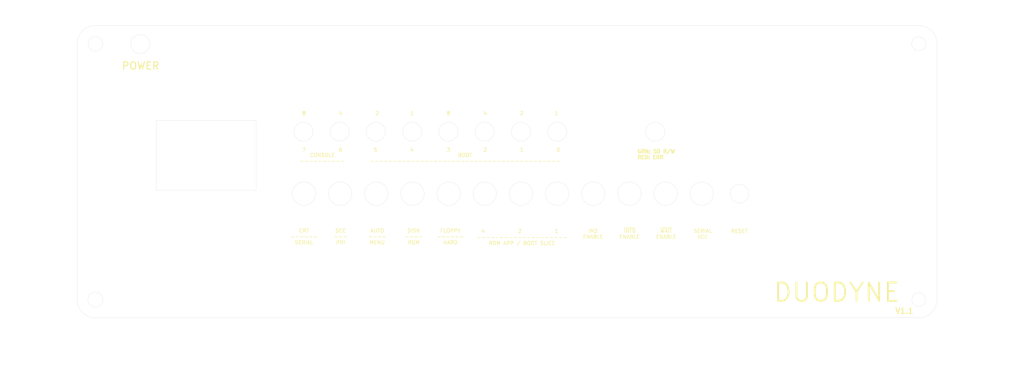
<source format=kicad_pcb>
(kicad_pcb (version 20211014) (generator pcbnew)

  (general
    (thickness 1.6)
  )

  (paper "B")
  (layers
    (0 "F.Cu" signal)
    (31 "B.Cu" signal)
    (32 "B.Adhes" user "B.Adhesive")
    (33 "F.Adhes" user "F.Adhesive")
    (34 "B.Paste" user)
    (35 "F.Paste" user)
    (36 "B.SilkS" user "B.Silkscreen")
    (37 "F.SilkS" user "F.Silkscreen")
    (38 "B.Mask" user)
    (39 "F.Mask" user)
    (40 "Dwgs.User" user "User.Drawings")
    (41 "Cmts.User" user "User.Comments")
    (42 "Eco1.User" user "User.Eco1")
    (43 "Eco2.User" user "User.Eco2")
    (44 "Edge.Cuts" user)
    (45 "Margin" user)
    (46 "B.CrtYd" user "B.Courtyard")
    (47 "F.CrtYd" user "F.Courtyard")
    (48 "B.Fab" user)
    (49 "F.Fab" user)
  )

  (setup
    (stackup
      (layer "F.SilkS" (type "Top Silk Screen"))
      (layer "F.Paste" (type "Top Solder Paste"))
      (layer "F.Mask" (type "Top Solder Mask") (thickness 0.01))
      (layer "F.Cu" (type "copper") (thickness 0.035))
      (layer "dielectric 1" (type "core") (thickness 1.51) (material "FR4") (epsilon_r 4.5) (loss_tangent 0.02))
      (layer "B.Cu" (type "copper") (thickness 0.035))
      (layer "B.Mask" (type "Bottom Solder Mask") (thickness 0.01))
      (layer "B.Paste" (type "Bottom Solder Paste"))
      (layer "B.SilkS" (type "Bottom Silk Screen"))
      (copper_finish "None")
      (dielectric_constraints no)
    )
    (pad_to_mask_clearance 0)
    (grid_origin 35 230)
    (pcbplotparams
      (layerselection 0x00010fc_ffffffff)
      (disableapertmacros false)
      (usegerberextensions false)
      (usegerberattributes true)
      (usegerberadvancedattributes true)
      (creategerberjobfile true)
      (svguseinch false)
      (svgprecision 6)
      (excludeedgelayer false)
      (plotframeref false)
      (viasonmask false)
      (mode 1)
      (useauxorigin false)
      (hpglpennumber 1)
      (hpglpenspeed 20)
      (hpglpendiameter 15.000000)
      (dxfpolygonmode true)
      (dxfimperialunits true)
      (dxfusepcbnewfont true)
      (psnegative false)
      (psa4output false)
      (plotreference true)
      (plotvalue true)
      (plotinvisibletext false)
      (sketchpadsonfab false)
      (subtractmaskfromsilk false)
      (outputformat 1)
      (mirror false)
      (drillshape 0)
      (scaleselection 1)
      (outputdirectory "Gerbers/")
    )
  )

  (net 0 "")

  (gr_line (start 152.5 150) (end 152.5 230) (layer "Dwgs.User") (width 0.15) (tstamp 00000000-0000-0000-0000-0000641b7f55))
  (gr_line (start 270 230) (end 270 220) (layer "Dwgs.User") (width 0.15) (tstamp 1b712d95-c3a8-42c8-a470-502525585906))
  (gr_line (start 265 230) (end 265 150) (layer "Dwgs.User") (width 0.12) (tstamp 4c7a93c4-996c-4bee-adf1-46eccdbdc9a6))
  (gr_line (start 40 230) (end 40 150) (layer "Dwgs.User") (width 0.12) (tstamp bcadb2cc-e975-41c4-85b4-cf527b9b1d87))
  (gr_line (start 35 190) (end 270 190) (layer "Dwgs.User") (width 0.1) (tstamp e4a84109-cfe1-4f69-9cbe-51b483ffd8b5))
  (gr_line (start 40 230) (end 265 230) (layer "Edge.Cuts") (width 0.05) (tstamp 00000000-0000-0000-0000-0000640492bd))
  (gr_line (start 35 155) (end 35 225) (layer "Edge.Cuts") (width 0.05) (tstamp 00000000-0000-0000-0000-0000641b7e5f))
  (gr_circle (center 116.6618 179.05) (end 119.2618 179.05) (layer "Edge.Cuts") (width 0.05) (fill none) (tstamp 0a770576-6a2e-475a-b7d8-c8c3363a0ee9))
  (gr_rect (start 56.59 176.025) (end 83.895 195.075) (layer "Edge.Cuts") (width 0.05) (fill none) (tstamp 0c1e75af-cd86-47ab-8b2f-ec2b6b93fead))
  (gr_circle (center 146.4102 196) (end 149.6102 196) (layer "Edge.Cuts") (width 0.05) (fill none) (tstamp 1a4a31da-3b4e-423b-815a-750ee4aff19a))
  (gr_circle (center 96.85 179.05) (end 99.45 179.05) (layer "Edge.Cuts") (width 0.05) (fill none) (tstamp 1d3d547f-b788-407e-8899-11edab805792))
  (gr_circle (center 156.2854 179.05) (end 158.8854 179.05) (layer "Edge.Cuts") (width 0.05) (fill none) (tstamp 20c7acd1-f9a2-417d-866b-4c9aa4211a6e))
  (gr_circle (center 97 196) (end 100.2 196) (layer "Edge.Cuts") (width 0.05) (fill none) (tstamp 2e95b043-84e4-4463-89f7-c683ffcbabc0))
  (gr_line (start 265 150) (end 40 150) (layer "Edge.Cuts") (width 0.05) (tstamp 33168855-4042-430e-98fc-b8b56e986fc9))
  (gr_circle (center 106.7559 179.05) (end 109.3559 179.05) (layer "Edge.Cuts") (width 0.05) (fill none) (tstamp 348f6c97-a4e8-4672-af14-a9948a9f5078))
  (gr_line (start 270 225) (end 270 155) (layer "Edge.Cuts") (width 0.05) (tstamp 34ba462d-016c-4c71-9f6d-e035be116176))
  (gr_circle (center 136.4736 179.05) (end 139.0736 179.05) (layer "Edge.Cuts") (width 0.05) (fill none) (tstamp 4e6ebea5-4e07-4e05-827a-01ded32562b4))
  (gr_circle (center 52.25 155.07) (end 54.85 155.07) (layer "Edge.Cuts") (width 0.05) (fill none) (tstamp 51181b6b-c4f4-421b-89c2-3c08011808c7))
  (gr_circle (center 146.3795 179.05) (end 148.9795 179.05) (layer "Edge.Cuts") (width 0.05) (fill none) (tstamp 56d48fa2-380c-494a-95ad-d07cee44a39e))
  (gr_circle (center 265 155) (end 266.775 155.705) (layer "Edge.Cuts") (width 0.05) (fill none) (tstamp 5fae7af6-ed03-4ddd-8778-c290a315ef44))
  (gr_circle (center 166.1743 196) (end 169.3743 196) (layer "Edge.Cuts") (width 0.05) (fill none) (tstamp 690e2483-64d6-4fa8-933f-885fb1ae34a0))
  (gr_arc (start 265 150) (mid 268.535534 151.464466) (end 270 155) (layer "Edge.Cuts") (width 0.05) (tstamp 7034a0f5-0dda-4e98-92ad-d01407e66024))
  (gr_circle (center 126.5677 179.05) (end 129.1677 179.05) (layer "Edge.Cuts") (width 0.05) (fill none) (tstamp 749276e6-8648-4d50-8ff6-1202d73b9750))
  (gr_circle (center 40 155) (end 41.985 155.07) (layer "Edge.Cuts") (width 0.05) (fill none) (tstamp 7f5a3e2e-4f62-41e3-8baf-5b42264c850f))
  (gr_circle (center 195.8205 196) (end 199.0205 196) (layer "Edge.Cuts") (width 0.05) (fill none) (tstamp 80bb985d-90d6-4541-816f-0d967b1a7eed))
  (gr_circle (center 116.7641 196) (end 119.9641 196) (layer "Edge.Cuts") (width 0.05) (fill none) (tstamp 83079cbf-cabb-4f4f-aa64-5e191bb7a8f5))
  (gr_arc (start 40 230) (mid 36.464466 228.535534) (end 35 225) (layer "Edge.Cuts") (width 0.05) (tstamp 973c8fd4-5e00-4d0d-a892-4ebb2cd73b00))
  (gr_circle (center 176.0564 196) (end 179.2564 196) (layer "Edge.Cuts") (width 0.05) (fill none) (tstamp be774385-6aa3-484c-bae6-fffa117ecf02))
  (gr_circle (center 40 225) (end 41.985 225.555) (layer "Edge.Cuts") (width 0.05) (fill none) (tstamp bee94212-b6ae-4864-9edb-ba335ddd9196))
  (gr_circle (center 156.2923 196) (end 159.4923 196) (layer "Edge.Cuts") (width 0.05) (fill none) (tstamp c0e374c8-620b-4873-ae57-9549ca29c77c))
  (gr_circle (center 193 179.05) (end 195.6 179.05) (layer "Edge.Cuts") (width 0.05) (fill none) (tstamp c2135e00-6b17-4882-bed0-b6e42e59c1a7))
  (gr_circle (center 216 196) (end 218.54 196) (layer "Edge.Cuts") (width 0.05) (fill none) (tstamp d56eb7d3-ba4d-4c05-a013-a558dc3bc41f))
  (gr_circle (center 126.6461 196) (end 129.8461 196) (layer "Edge.Cuts") (width 0.05) (fill none) (tstamp d739c269-59a8-47a9-a946-0ea5889d2cd3))
  (gr_arc (start 35 155) (mid 36.464466 151.464466) (end 40 150) (layer "Edge.Cuts") (width 0.05) (tstamp d838722b-740d-403a-bdac-a9b93975024e))
  (gr_circle (center 136.5282 196) (end 139.7282 196) (layer "Edge.Cuts") (width 0.05) (fill none) (tstamp d97c004b-1332-4e9f-84e1-41f5a9a88e85))
  (gr_circle (center 106.882 196) (end 110.082 196) (layer "Edge.Cuts") (width 0.05) (fill none) (tstamp d9f03cd3-84c2-480d-9b09-fd3307247969))
  (gr_circle (center 185.9384 196) (end 189.1384 196) (layer "Edge.Cuts") (width 0.05) (fill none) (tstamp dc706942-40a8-4b70-85f0-33b54da16a0e))
  (gr_circle (center 166.1913 179.05) (end 168.7913 179.05) (layer "Edge.Cuts") (width 0.05) (fill none) (tstamp e2ff3ebb-d82e-47da-bc9d-dd562574a8cf))
  (gr_circle (center 205.7025 196) (end 208.9025 196) (layer "Edge.Cuts") (width 0.05) (fill none) (tstamp e8d178ac-0b27-4dd7-bac0-722ebcb9dfdb))
  (gr_circle (center 265 225) (end 266.775 225.555) (layer "Edge.Cuts") (width 0.05) (fill none) (tstamp ed65676a-e838-4b4f-9a3d-c7e8c0404fc1))
  (gr_arc (start 270 225) (mid 268.535534 228.535534) (end 265 230) (layer "Edge.Cuts") (width 0.05) (tstamp ff7a97e1-f6de-4463-9493-0362b9110902))
  (gr_text "V1.1" (at 261.06 228.095) (layer "F.SilkS") (tstamp 00000000-0000-0000-0000-000063ef1e35)
    (effects (font (size 1.5 1.5) (thickness 0.3)))
  )
  (gr_text "~{INT0}\nENABLE" (at 186 207) (layer "F.SilkS") (tstamp 03c537cd-95ed-49c6-9c28-d0b3af9575d6)
    (effects (font (size 1 1) (thickness 0.15)))
  )
  (gr_text "POWER" (at 52.366487 161) (layer "F.SilkS") (tstamp 08f8473a-b83e-4a58-bdd7-95ab06b5a55b)
    (effects (font (size 2 2) (thickness 0.3)))
  )
  (gr_text "4" (at 146 206.25) (layer "F.SilkS") (tstamp 0e32b2c6-fbd6-41b1-b6af-a0e8c241e8b0)
    (effects (font (size 1 1) (thickness 0.15)))
  )
  (gr_text "8" (at 97 174) (layer "F.SilkS") (tstamp 26a9bd22-e992-4648-aa3e-1178b24fa0cb)
    (effects (font (size 1 1) (thickness 0.15)))
  )
  (gr_text "1" (at 126.5 174) (layer "F.SilkS") (tstamp 28bcaee6-6aae-4f1c-bd74-bb3d9d1c4666)
    (effects (font (size 1 1) (thickness 0.15)))
  )
  (gr_text "2" (at 117 174) (layer "F.SilkS") (tstamp 2e40d856-41ac-4ae2-84eb-fa30764052f6)
    (effects (font (size 1 1) (thickness 0.15)))
  )
  (gr_text "2" (at 146.5 184) (layer "F.SilkS") (tstamp 4237c4b7-1422-4b2f-88b8-445a2f6f189e)
    (effects (font (size 1 1) (thickness 0.15)))
  )
  (gr_text "SERIAL\nVCC" (at 206 207) (layer "F.SilkS") (tstamp 43c7a293-faf8-4e91-af4b-9965e725cdf0)
    (effects (font (size 1 1) (thickness 0.15)))
  )
  (gr_text "1" (at 166 174) (layer "F.SilkS") (tstamp 52973af3-5b67-41be-9fe9-6017c2b3310d)
    (effects (font (size 1 1) (thickness 0.15)))
  )
  (gr_text "2" (at 156.5 174) (layer "F.SilkS") (tstamp 5d04589b-abfa-469c-b1c0-e80d76a05ac0)
    (effects (font (size 1 1) (thickness 0.15)))
  )
  (gr_text "1" (at 156.5 184) (layer "F.SilkS") (tstamp 5e0d9230-ddd3-461d-9755-1ecd7a1c52d9)
    (effects (font (size 1 1) (thickness 0.15)))
  )
  (gr_text "SEC\n---\nPRI" (at 107 207.75) (layer "F.SilkS") (tstamp 630050b6-1f0b-4596-824e-c481a02da7d1)
    (effects (font (size 1 1) (thickness 0.15)))
  )
  (gr_text "DISK\n----\nROM" (at 127 207.75) (layer "F.SilkS") (tstamp 644b7055-ef84-4e06-89da-0224eb59ded8)
    (effects (font (size 1 1) (thickness 0.15)))
  )
  (gr_text "--------------------\nROM APP / BOOT SLICE" (at 156.58977 208.75) (layer "F.SilkS") (tstamp 65da4869-6671-4f42-b409-aab7965b169f)
    (effects (font (size 1 1) (thickness 0.15)))
  )
  (gr_text "7" (at 97 184) (layer "F.SilkS") (tstamp 74407bef-4d94-469d-8684-ea0329ce3ede)
    (effects (font (size 1 1) (thickness 0.15)))
  )
  (gr_text "4" (at 146.5 174) (layer "F.SilkS") (tstamp 8b1a8a72-e43f-4ad0-9631-8886c4306b18)
    (effects (font (size 1 1) (thickness 0.15)))
  )
  (gr_text "BOOT\n------------------------------------------" (at 141 186.25) (layer "F.SilkS") (tstamp 8e49cf3c-7b7e-4fa6-a2f0-e34424910d9d)
    (effects (font (size 1 1) (thickness 0.15)))
  )
  (gr_text "1" (at 166 206.25) (layer "F.SilkS") (tstamp 8f7fa034-7b6e-4dcd-8200-722a56666a7b)
    (effects (font (size 1 1) (thickness 0.15)))
  )
  (gr_text "GRN: SD R/W\nRED: ERR" (at 188 185.25) (layer "F.SilkS") (tstamp 964186c1-713d-4e83-95e6-24e0900f0f4f)
    (effects (font (size 1 1) (thickness 0.25)) (justify left))
  )
  (gr_text "5" (at 116.5 184) (layer "F.SilkS") (tstamp 9b8b1de1-855e-4734-b38d-129fe2e4e638)
    (effects (font (size 1 1) (thickness 0.15)))
  )
  (gr_text "AUTO\n----\nMENU" (at 117 207.75) (layer "F.SilkS") (tstamp 9f0cf3cf-4854-4fc1-91f4-962a12fe0d78)
    (effects (font (size 1 1) (thickness 0.15)))
  )
  (gr_text "2" (at 156 206.25) (layer "F.SilkS") (tstamp a0e98530-487a-4d8f-a995-ecef464f05ab)
    (effects (font (size 1 1) (thickness 0.15)))
  )
  (gr_text "8" (at 136.5 174) (layer "F.SilkS") (tstamp a23cabd1-3371-48db-98bb-0402893138c8)
    (effects (font (size 1 1) (thickness 0.15)))
  )
  (gr_text "FLOPPY\n------\nHARD" (at 137 207.75) (layer "F.SilkS") (tstamp a2c44bb7-0fd7-4f91-9b68-65293013420a)
    (effects (font (size 1 1) (thickness 0.15)))
  )
  (gr_text "4" (at 107 174) (layer "F.SilkS") (tstamp a42409f2-6153-4687-a50e-3263087989ae)
    (effects (font (size 1 1) (thickness 0.15)))
  )
  (gr_text "RESET" (at 216 206.25) (layer "F.SilkS") (tstamp a9d4a823-569f-40b2-a1cc-ae4074639d18)
    (effects (font (size 1 1) (thickness 0.15)))
  )
  (gr_text "CRT\n------\nSERIAL" (at 97 207.75) (layer "F.SilkS") (tstamp b289ed8d-b6eb-440c-9e68-74cf78745d34)
    (effects (font (size 1 1) (thickness 0.15)))
  )
  (gr_text "DUODYNE" (at 242.645 223.015) (layer "F.SilkS") (tstamp c02f4493-c14e-40a7-9a01-4daf2751244d)
    (effects (font (size 5 5) (thickness 0.5)))
  )
  (gr_text "~{WAIT}\nENABLE" (at 196 207) (layer "F.SilkS") (tstamp c4394835-39c3-43c3-8ec0-a4bfc52e4649)
    (effects (font (size 1 1) (thickness 0.15)))
  )
  (gr_text "3" (at 136.5 184) (layer "F.SilkS") (tstamp c89a4394-59b4-4c48-bfb7-4c05985ebbc9)
    (effects (font (size 1 1) (thickness 0.15)))
  )
  (gr_text "4" (at 126.5 184) (layer "F.SilkS") (tstamp ca3fe4cc-d93c-4326-a624-fcb7c6ce470f)
    (effects (font (size 1 1) (thickness 0.15)))
  )
  (gr_text "CONSOLE\n----------" (at 102 186.25) (layer "F.SilkS") (tstamp cad69290-c72e-485d-a92a-13626d00a8ab)
    (effects (font (size 1 1) (thickness 0.15)))
  )
  (gr_text "IM2\nENABLE" (at 176 207) (layer "F.SilkS") (tstamp d61c516e-9834-4503-94e3-132a254b1766)
    (effects (font (size 1 1) (thickness 0.15)))
  )
  (gr_text "6" (at 107 184) (layer "F.SilkS") (tstamp eae8743f-ff6a-4690-90f7-d82581736751)
    (effects (font (size 1 1) (thickness 0.15)))
  )
  (gr_text "0" (at 166.5 184) (layer "F.SilkS") (tstamp f790e89e-9547-48b3-b332-b95c440d572c)
    (effects (font (size 1 1) (thickness 0.15)))
  )
  (dimension (type aligned) (layer "Dwgs.User") (tstamp 00000000-0000-0000-0000-000063eb2be1)
    (pts (xy 40 155) (xy 35 155))
    (height 10)
    (gr_text "5.0000 mm" (at 37.5 143.85) (layer "Dwgs.User") (tstamp 00000000-0000-0000-0000-000063eb2be1)
      (effects (font (size 1 1) (thickness 0.15)))
    )
    (format (units 2) (units_format 1) (precision 4))
    (style (thickness 0.15) (arrow_length 1.27) (text_position_mode 0) (extension_height 0.58642) (extension_offset 0) keep_text_aligned)
  )
  (dimension (type aligned) (layer "Dwgs.User") (tstamp 00000000-0000-0000-0000-0000641b7f3d)
    (pts (xy 270 155) (xy 265 155))
    (height 10)
    (gr_text "5.0000 mm" (at 267.5 143.85) (layer "Dwgs.User") (tstamp 00000000-0000-0000-0000-0000641b7f3d)
      (effects (font (size 1 1) (thickness 0.15)))
    )
    (format (units 2) (units_format 1) (precision 4))
    (style (thickness 0.15) (arrow_length 1.27) (text_position_mode 0) (extension_height 0.58642) (extension_offset 0) keep_text_aligned)
  )
  (dimension (type aligned) (layer "Dwgs.User") (tstamp 03c74407-fde2-4db7-afb8-932f45ded52f)
    (pts (xy 152.5 230) (xy 35 230))
    (height -5)
    (gr_text "117.5000 mm" (at 93.75 233.85) (layer "Dwgs.User") (tstamp 03c74407-fde2-4db7-afb8-932f45ded52f)
      (effects (font (size 1 1) (thickness 0.15)))
    )
    (format (units 2) (units_format 1) (precision 4))
    (style (thickness 0.15) (arrow_length 1.27) (text_position_mode 0) (extension_height 0.58642) (extension_offset 0) keep_text_aligned)
  )
  (dimension (type aligned) (layer "Dwgs.User") (tstamp 1e3b0d44-8a92-498d-8c46-c907c2772083)
    (pts (xy 40 150) (xy 40 155))
    (height 10)
    (gr_text "5.0000 mm" (at 28.85 152.5 90) (layer "Dwgs.User") (tstamp 1e3b0d44-8a92-498d-8c46-c907c2772083)
      (effects (font (size 1 1) (thickness 0.15)))
    )
    (format (units 2) (units_format 1) (precision 4))
    (style (thickness 0.15) (arrow_length 1.27) (text_position_mode 0) (extension_height 0.58642) (extension_offset 0) keep_text_aligned)
  )
  (dimension (type aligned) (layer "Dwgs.User") (tstamp 2ac75962-48b9-4f4a-b209-6b8348b71180)
    (pts (xy 270 150) (xy 270 230))
    (height -20)
    (gr_text "80.0000 mm" (at 288.85 190 90) (layer "Dwgs.User") (tstamp 2ac75962-48b9-4f4a-b209-6b8348b71180)
      (effects (font (size 1 1) (thickness 0.15)))
    )
    (format (units 2) (units_format 1) (precision 4))
    (style (thickness 0.15) (arrow_length 1.27) (text_position_mode 0) (extension_height 0.58642) (extension_offset 0) keep_text_aligned)
  )
  (dimension (type aligned) (layer "Dwgs.User") (tstamp 662fc369-3d0c-40c6-b1a5-d3486b07e629)
    (pts (xy 265 150) (xy 265 155))
    (height -10)
    (gr_text "5.0000 mm" (at 273.85 152.5 90) (layer "Dwgs.User") (tstamp 662fc369-3d0c-40c6-b1a5-d3486b07e629)
      (effects (font (size 1 1) (thickness 0.15)))
    )
    (format (units 2) (units_format 1) (precision 4))
    (style (thickness 0.15) (arrow_length 1.27) (text_position_mode 0) (extension_height 0.58642) (extension_offset 0) keep_text_aligned)
  )
  (dimension (type aligned) (layer "Dwgs.User") (tstamp 68a9e1ed-500c-4a92-a48a-d92d777d36e4)
    (pts (xy 265 225) (xy 265 230))
    (height -10)
    (gr_text "5.0000 mm" (at 273.85 227.5 90) (layer "Dwgs.User") (tstamp 68a9e1ed-500c-4a92-a48a-d92d777d36e4)
      (effects (font (size 1 1) (thickness 0.15)))
    )
    (format (units 2) (units_format 1) (precision 4))
    (style (thickness 0.15) (arrow_length 1.27) (text_position_mode 0) (extension_height 0.58642) (extension_offset 0) keep_text_aligned)
  )
  (dimension (type aligned) (layer "Dwgs.User") (tstamp 85713db6-ccee-4ce5-90f1-02e37ab0ada1)
    (pts (xy 35 150) (xy 35 225))
    (height 15)
    (gr_text "75.0000 mm" (at 18.85 187.5 90) (layer "Dwgs.User") (tstamp 85713db6-ccee-4ce5-90f1-02e37ab0ada1)
      (effects (font (size 1 1) (thickness 0.15)))
    )
    (format (units 2) (units_format 1) (precision 4))
    (style (thickness 0.15) (arrow_length 1.27) (text_position_mode 0) (extension_height 0.58642) (extension_offset 0) keep_text_aligned)
  )
  (dimension (type aligned) (layer "Dwgs.User") (tstamp a3516c03-86b6-4de2-ae9e-bf1f72d18881)
    (pts (xy 270 230) (xy 265 230))
    (height -10)
    (gr_text "5.0000 mm" (at 267.5 238.85) (layer "Dwgs.User") (tstamp a3516c03-86b6-4de2-ae9e-bf1f72d18881)
      (effects (font (size 1 1) (thickness 0.15)))
    )
    (format (units 2) (units_format 1) (precision 4))
    (style (thickness 0.15) (arrow_length 1.27) (text_position_mode 0) (extension_height 0.58642) (extension_offset 0) keep_text_aligned)
  )
  (dimension (type aligned) (layer "Dwgs.User") (tstamp af1dd6ad-1a8a-4a2e-b98b-58e25375137a)
    (pts (xy 35 230) (xy 40 230))
    (height 10)
    (gr_text "5.0000 mm" (at 37.5 238.85) (layer "Dwgs.User") (tstamp af1dd6ad-1a8a-4a2e-b98b-58e25375137a)
      (effects (font (size 1 1) (thickness 0.15)))
    )
    (format (units 2) (units_format 1) (precision 4))
    (style (thickness 0.15) (arrow_length 1.27) (text_position_mode 0) (extension_height 0.58642) (extension_offset 0) keep_text_aligned)
  )
  (dimension (type aligned) (layer "Dwgs.User") (tstamp b3d9b353-60e7-4be9-b0cb-22b355e387a3)
    (pts (xy 35 230) (xy 35 190))
    (height -10)
    (gr_text "40.0000 mm" (at 23.85 210 90) (layer "Dwgs.User") (tstamp b3d9b353-60e7-4be9-b0cb-22b355e387a3)
      (effects (font (size 1 1) (thickness 0.15)))
    )
    (format (units 3) (units_format 1) (precision 4))
    (style (thickness 0.1) (arrow_length 1.27) (text_position_mode 0) (extension_height 0.58642) (extension_offset 0.5) keep_text_aligned)
  )
  (dimension (type aligned) (layer "Dwgs.User") (tstamp e55974bf-eaae-4f44-932d-d510a97acedc)
    (pts (xy 40 225) (xy 40 230))
    (height 10)
    (gr_text "5.0000 mm" (at 28.85 227.5 90) (layer "Dwgs.User") (tstamp e55974bf-eaae-4f44-932d-d510a97acedc)
      (effects (font (size 1 1) (thickness 0.15)))
    )
    (format (units 2) (units_format 1) (precision 4))
    (style (thickness 0.15) (arrow_length 1.27) (text_position_mode 0) (extension_height 0.58642) (extension_offset 0) keep_text_aligned)
  )
  (dimension (type aligned) (layer "Dwgs.User") (tstamp ecb19c2e-b991-4eb4-9754-f7e8fc13ceee)
    (pts (xy 45 150) (xy 45 160))
    (height 0)
    (gr_text "10.0000 mm" (at 43.85 155 90) (layer "Dwgs.User") (tstamp ecb19c2e-b991-4eb4-9754-f7e8fc13ceee)
      (effects (font (size 1 1) (thickness 0.15)))
    )
    (format (units 2) (units_format 1) (precision 4))
    (style (thickness 0.15) (arrow_length 1.27) (text_position_mode 0) (extension_height 0.58642) (extension_offset 0) keep_text_aligned)
  )
  (dimension (type aligned) (layer "Dwgs.User") (tstamp fa78f7b0-d502-4403-bf88-346bd43230ab)
    (pts (xy 270 223) (xy 35 223))
    (height -22)
    (gr_text "235.0000 mm" (at 152.5 243.85) (layer "Dwgs.User") (tstamp fa78f7b0-d502-4403-bf88-346bd43230ab)
      (effects (font (size 1 1) (thickness 0.15)))
    )
    (format (units 2) (units_format 1) (precision 4))
    (style (thickness 0.15) (arrow_length 1.27) (text_position_mode 0) (extension_height 0.58642) (extension_offset 0) keep_text_aligned)
  )

)

</source>
